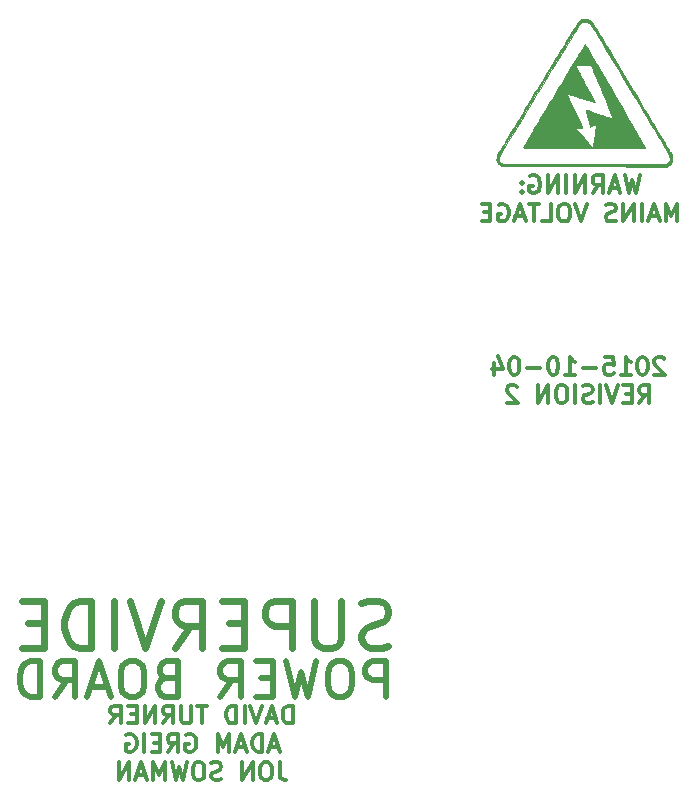
<source format=gbo>
G04 #@! TF.FileFunction,Legend,Bot*
%FSLAX46Y46*%
G04 Gerber Fmt 4.6, Leading zero omitted, Abs format (unit mm)*
G04 Created by KiCad (PCBNEW 0.201507280910+6003~25~ubuntu14.04.1-product) date Wed 07 Oct 2015 02:08:59 BST*
%MOMM*%
G01*
G04 APERTURE LIST*
%ADD10C,0.100000*%
%ADD11C,0.500000*%
%ADD12C,0.300000*%
%ADD13C,0.600000*%
%ADD14C,0.010000*%
G04 APERTURE END LIST*
D10*
D11*
X62545571Y-109942143D02*
X62545571Y-106942143D01*
X61402714Y-106942143D01*
X61117000Y-107085000D01*
X60974143Y-107227857D01*
X60831286Y-107513571D01*
X60831286Y-107942143D01*
X60974143Y-108227857D01*
X61117000Y-108370714D01*
X61402714Y-108513571D01*
X62545571Y-108513571D01*
X58974143Y-106942143D02*
X58402714Y-106942143D01*
X58117000Y-107085000D01*
X57831286Y-107370714D01*
X57688428Y-107942143D01*
X57688428Y-108942143D01*
X57831286Y-109513571D01*
X58117000Y-109799286D01*
X58402714Y-109942143D01*
X58974143Y-109942143D01*
X59259857Y-109799286D01*
X59545571Y-109513571D01*
X59688428Y-108942143D01*
X59688428Y-107942143D01*
X59545571Y-107370714D01*
X59259857Y-107085000D01*
X58974143Y-106942143D01*
X56688429Y-106942143D02*
X55974143Y-109942143D01*
X55402714Y-107799286D01*
X54831286Y-109942143D01*
X54117000Y-106942143D01*
X52974143Y-108370714D02*
X51974143Y-108370714D01*
X51545572Y-109942143D02*
X52974143Y-109942143D01*
X52974143Y-106942143D01*
X51545572Y-106942143D01*
X48545572Y-109942143D02*
X49545572Y-108513571D01*
X50259857Y-109942143D02*
X50259857Y-106942143D01*
X49117000Y-106942143D01*
X48831286Y-107085000D01*
X48688429Y-107227857D01*
X48545572Y-107513571D01*
X48545572Y-107942143D01*
X48688429Y-108227857D01*
X48831286Y-108370714D01*
X49117000Y-108513571D01*
X50259857Y-108513571D01*
X43974143Y-108370714D02*
X43545572Y-108513571D01*
X43402715Y-108656429D01*
X43259858Y-108942143D01*
X43259858Y-109370714D01*
X43402715Y-109656429D01*
X43545572Y-109799286D01*
X43831286Y-109942143D01*
X44974143Y-109942143D01*
X44974143Y-106942143D01*
X43974143Y-106942143D01*
X43688429Y-107085000D01*
X43545572Y-107227857D01*
X43402715Y-107513571D01*
X43402715Y-107799286D01*
X43545572Y-108085000D01*
X43688429Y-108227857D01*
X43974143Y-108370714D01*
X44974143Y-108370714D01*
X41402715Y-106942143D02*
X40831286Y-106942143D01*
X40545572Y-107085000D01*
X40259858Y-107370714D01*
X40117000Y-107942143D01*
X40117000Y-108942143D01*
X40259858Y-109513571D01*
X40545572Y-109799286D01*
X40831286Y-109942143D01*
X41402715Y-109942143D01*
X41688429Y-109799286D01*
X41974143Y-109513571D01*
X42117000Y-108942143D01*
X42117000Y-107942143D01*
X41974143Y-107370714D01*
X41688429Y-107085000D01*
X41402715Y-106942143D01*
X38974143Y-109085000D02*
X37545572Y-109085000D01*
X39259858Y-109942143D02*
X38259858Y-106942143D01*
X37259858Y-109942143D01*
X34545572Y-109942143D02*
X35545572Y-108513571D01*
X36259857Y-109942143D02*
X36259857Y-106942143D01*
X35117000Y-106942143D01*
X34831286Y-107085000D01*
X34688429Y-107227857D01*
X34545572Y-107513571D01*
X34545572Y-107942143D01*
X34688429Y-108227857D01*
X34831286Y-108370714D01*
X35117000Y-108513571D01*
X36259857Y-108513571D01*
X33259857Y-109942143D02*
X33259857Y-106942143D01*
X32545572Y-106942143D01*
X32117000Y-107085000D01*
X31831286Y-107370714D01*
X31688429Y-107656429D01*
X31545572Y-108227857D01*
X31545572Y-108656429D01*
X31688429Y-109227857D01*
X31831286Y-109513571D01*
X32117000Y-109799286D01*
X32545572Y-109942143D01*
X33259857Y-109942143D01*
D12*
X84065429Y-65796571D02*
X83708286Y-67296571D01*
X83422572Y-66225143D01*
X83136858Y-67296571D01*
X82779715Y-65796571D01*
X82279715Y-66868000D02*
X81565429Y-66868000D01*
X82422572Y-67296571D02*
X81922572Y-65796571D01*
X81422572Y-67296571D01*
X80065429Y-67296571D02*
X80565429Y-66582286D01*
X80922572Y-67296571D02*
X80922572Y-65796571D01*
X80351144Y-65796571D01*
X80208286Y-65868000D01*
X80136858Y-65939429D01*
X80065429Y-66082286D01*
X80065429Y-66296571D01*
X80136858Y-66439429D01*
X80208286Y-66510857D01*
X80351144Y-66582286D01*
X80922572Y-66582286D01*
X79422572Y-67296571D02*
X79422572Y-65796571D01*
X78565429Y-67296571D01*
X78565429Y-65796571D01*
X77851143Y-67296571D02*
X77851143Y-65796571D01*
X77136857Y-67296571D02*
X77136857Y-65796571D01*
X76279714Y-67296571D01*
X76279714Y-65796571D01*
X74779714Y-65868000D02*
X74922571Y-65796571D01*
X75136857Y-65796571D01*
X75351142Y-65868000D01*
X75494000Y-66010857D01*
X75565428Y-66153714D01*
X75636857Y-66439429D01*
X75636857Y-66653714D01*
X75565428Y-66939429D01*
X75494000Y-67082286D01*
X75351142Y-67225143D01*
X75136857Y-67296571D01*
X74994000Y-67296571D01*
X74779714Y-67225143D01*
X74708285Y-67153714D01*
X74708285Y-66653714D01*
X74994000Y-66653714D01*
X74065428Y-67153714D02*
X73994000Y-67225143D01*
X74065428Y-67296571D01*
X74136857Y-67225143D01*
X74065428Y-67153714D01*
X74065428Y-67296571D01*
X74065428Y-66368000D02*
X73994000Y-66439429D01*
X74065428Y-66510857D01*
X74136857Y-66439429D01*
X74065428Y-66368000D01*
X74065428Y-66510857D01*
X87244000Y-69696571D02*
X87244000Y-68196571D01*
X86744000Y-69268000D01*
X86244000Y-68196571D01*
X86244000Y-69696571D01*
X85601143Y-69268000D02*
X84886857Y-69268000D01*
X85744000Y-69696571D02*
X85244000Y-68196571D01*
X84744000Y-69696571D01*
X84244000Y-69696571D02*
X84244000Y-68196571D01*
X83529714Y-69696571D02*
X83529714Y-68196571D01*
X82672571Y-69696571D01*
X82672571Y-68196571D01*
X82029714Y-69625143D02*
X81815428Y-69696571D01*
X81458285Y-69696571D01*
X81315428Y-69625143D01*
X81243999Y-69553714D01*
X81172571Y-69410857D01*
X81172571Y-69268000D01*
X81243999Y-69125143D01*
X81315428Y-69053714D01*
X81458285Y-68982286D01*
X81743999Y-68910857D01*
X81886857Y-68839429D01*
X81958285Y-68768000D01*
X82029714Y-68625143D01*
X82029714Y-68482286D01*
X81958285Y-68339429D01*
X81886857Y-68268000D01*
X81743999Y-68196571D01*
X81386857Y-68196571D01*
X81172571Y-68268000D01*
X79601143Y-68196571D02*
X79101143Y-69696571D01*
X78601143Y-68196571D01*
X77815429Y-68196571D02*
X77529715Y-68196571D01*
X77386857Y-68268000D01*
X77244000Y-68410857D01*
X77172572Y-68696571D01*
X77172572Y-69196571D01*
X77244000Y-69482286D01*
X77386857Y-69625143D01*
X77529715Y-69696571D01*
X77815429Y-69696571D01*
X77958286Y-69625143D01*
X78101143Y-69482286D01*
X78172572Y-69196571D01*
X78172572Y-68696571D01*
X78101143Y-68410857D01*
X77958286Y-68268000D01*
X77815429Y-68196571D01*
X75815428Y-69696571D02*
X76529714Y-69696571D01*
X76529714Y-68196571D01*
X75529714Y-68196571D02*
X74672571Y-68196571D01*
X75101142Y-69696571D02*
X75101142Y-68196571D01*
X74244000Y-69268000D02*
X73529714Y-69268000D01*
X74386857Y-69696571D02*
X73886857Y-68196571D01*
X73386857Y-69696571D01*
X72101143Y-68268000D02*
X72244000Y-68196571D01*
X72458286Y-68196571D01*
X72672571Y-68268000D01*
X72815429Y-68410857D01*
X72886857Y-68553714D01*
X72958286Y-68839429D01*
X72958286Y-69053714D01*
X72886857Y-69339429D01*
X72815429Y-69482286D01*
X72672571Y-69625143D01*
X72458286Y-69696571D01*
X72315429Y-69696571D01*
X72101143Y-69625143D01*
X72029714Y-69553714D01*
X72029714Y-69053714D01*
X72315429Y-69053714D01*
X71386857Y-68910857D02*
X70886857Y-68910857D01*
X70672571Y-69696571D02*
X71386857Y-69696571D01*
X71386857Y-68196571D01*
X70672571Y-68196571D01*
X86152713Y-81306429D02*
X86081284Y-81235000D01*
X85938427Y-81163571D01*
X85581284Y-81163571D01*
X85438427Y-81235000D01*
X85366998Y-81306429D01*
X85295570Y-81449286D01*
X85295570Y-81592143D01*
X85366998Y-81806429D01*
X86224141Y-82663571D01*
X85295570Y-82663571D01*
X84366999Y-81163571D02*
X84224142Y-81163571D01*
X84081285Y-81235000D01*
X84009856Y-81306429D01*
X83938427Y-81449286D01*
X83866999Y-81735000D01*
X83866999Y-82092143D01*
X83938427Y-82377857D01*
X84009856Y-82520714D01*
X84081285Y-82592143D01*
X84224142Y-82663571D01*
X84366999Y-82663571D01*
X84509856Y-82592143D01*
X84581285Y-82520714D01*
X84652713Y-82377857D01*
X84724142Y-82092143D01*
X84724142Y-81735000D01*
X84652713Y-81449286D01*
X84581285Y-81306429D01*
X84509856Y-81235000D01*
X84366999Y-81163571D01*
X82438428Y-82663571D02*
X83295571Y-82663571D01*
X82866999Y-82663571D02*
X82866999Y-81163571D01*
X83009856Y-81377857D01*
X83152714Y-81520714D01*
X83295571Y-81592143D01*
X81081285Y-81163571D02*
X81795571Y-81163571D01*
X81867000Y-81877857D01*
X81795571Y-81806429D01*
X81652714Y-81735000D01*
X81295571Y-81735000D01*
X81152714Y-81806429D01*
X81081285Y-81877857D01*
X81009857Y-82020714D01*
X81009857Y-82377857D01*
X81081285Y-82520714D01*
X81152714Y-82592143D01*
X81295571Y-82663571D01*
X81652714Y-82663571D01*
X81795571Y-82592143D01*
X81867000Y-82520714D01*
X80367000Y-82092143D02*
X79224143Y-82092143D01*
X77724143Y-82663571D02*
X78581286Y-82663571D01*
X78152714Y-82663571D02*
X78152714Y-81163571D01*
X78295571Y-81377857D01*
X78438429Y-81520714D01*
X78581286Y-81592143D01*
X76795572Y-81163571D02*
X76652715Y-81163571D01*
X76509858Y-81235000D01*
X76438429Y-81306429D01*
X76367000Y-81449286D01*
X76295572Y-81735000D01*
X76295572Y-82092143D01*
X76367000Y-82377857D01*
X76438429Y-82520714D01*
X76509858Y-82592143D01*
X76652715Y-82663571D01*
X76795572Y-82663571D01*
X76938429Y-82592143D01*
X77009858Y-82520714D01*
X77081286Y-82377857D01*
X77152715Y-82092143D01*
X77152715Y-81735000D01*
X77081286Y-81449286D01*
X77009858Y-81306429D01*
X76938429Y-81235000D01*
X76795572Y-81163571D01*
X75652715Y-82092143D02*
X74509858Y-82092143D01*
X73509858Y-81163571D02*
X73367001Y-81163571D01*
X73224144Y-81235000D01*
X73152715Y-81306429D01*
X73081286Y-81449286D01*
X73009858Y-81735000D01*
X73009858Y-82092143D01*
X73081286Y-82377857D01*
X73152715Y-82520714D01*
X73224144Y-82592143D01*
X73367001Y-82663571D01*
X73509858Y-82663571D01*
X73652715Y-82592143D01*
X73724144Y-82520714D01*
X73795572Y-82377857D01*
X73867001Y-82092143D01*
X73867001Y-81735000D01*
X73795572Y-81449286D01*
X73724144Y-81306429D01*
X73652715Y-81235000D01*
X73509858Y-81163571D01*
X71724144Y-81663571D02*
X71724144Y-82663571D01*
X72081287Y-81092143D02*
X72438430Y-82163571D01*
X71509858Y-82163571D01*
X84009857Y-85063571D02*
X84509857Y-84349286D01*
X84867000Y-85063571D02*
X84867000Y-83563571D01*
X84295572Y-83563571D01*
X84152714Y-83635000D01*
X84081286Y-83706429D01*
X84009857Y-83849286D01*
X84009857Y-84063571D01*
X84081286Y-84206429D01*
X84152714Y-84277857D01*
X84295572Y-84349286D01*
X84867000Y-84349286D01*
X83367000Y-84277857D02*
X82867000Y-84277857D01*
X82652714Y-85063571D02*
X83367000Y-85063571D01*
X83367000Y-83563571D01*
X82652714Y-83563571D01*
X82224143Y-83563571D02*
X81724143Y-85063571D01*
X81224143Y-83563571D01*
X80724143Y-85063571D02*
X80724143Y-83563571D01*
X80081286Y-84992143D02*
X79867000Y-85063571D01*
X79509857Y-85063571D01*
X79367000Y-84992143D01*
X79295571Y-84920714D01*
X79224143Y-84777857D01*
X79224143Y-84635000D01*
X79295571Y-84492143D01*
X79367000Y-84420714D01*
X79509857Y-84349286D01*
X79795571Y-84277857D01*
X79938429Y-84206429D01*
X80009857Y-84135000D01*
X80081286Y-83992143D01*
X80081286Y-83849286D01*
X80009857Y-83706429D01*
X79938429Y-83635000D01*
X79795571Y-83563571D01*
X79438429Y-83563571D01*
X79224143Y-83635000D01*
X78581286Y-85063571D02*
X78581286Y-83563571D01*
X77581286Y-83563571D02*
X77295572Y-83563571D01*
X77152714Y-83635000D01*
X77009857Y-83777857D01*
X76938429Y-84063571D01*
X76938429Y-84563571D01*
X77009857Y-84849286D01*
X77152714Y-84992143D01*
X77295572Y-85063571D01*
X77581286Y-85063571D01*
X77724143Y-84992143D01*
X77867000Y-84849286D01*
X77938429Y-84563571D01*
X77938429Y-84063571D01*
X77867000Y-83777857D01*
X77724143Y-83635000D01*
X77581286Y-83563571D01*
X76295571Y-85063571D02*
X76295571Y-83563571D01*
X75438428Y-85063571D01*
X75438428Y-83563571D01*
X73652714Y-83706429D02*
X73581285Y-83635000D01*
X73438428Y-83563571D01*
X73081285Y-83563571D01*
X72938428Y-83635000D01*
X72866999Y-83706429D01*
X72795571Y-83849286D01*
X72795571Y-83992143D01*
X72866999Y-84206429D01*
X73724142Y-85063571D01*
X72795571Y-85063571D01*
D13*
X62767809Y-105632048D02*
X62196381Y-105822524D01*
X61244000Y-105822524D01*
X60863047Y-105632048D01*
X60672571Y-105441571D01*
X60482095Y-105060619D01*
X60482095Y-104679667D01*
X60672571Y-104298714D01*
X60863047Y-104108238D01*
X61244000Y-103917762D01*
X62005904Y-103727286D01*
X62386857Y-103536810D01*
X62577333Y-103346333D01*
X62767809Y-102965381D01*
X62767809Y-102584429D01*
X62577333Y-102203476D01*
X62386857Y-102013000D01*
X62005904Y-101822524D01*
X61053524Y-101822524D01*
X60482095Y-102013000D01*
X58767809Y-101822524D02*
X58767809Y-105060619D01*
X58577333Y-105441571D01*
X58386857Y-105632048D01*
X58005904Y-105822524D01*
X57244000Y-105822524D01*
X56863047Y-105632048D01*
X56672571Y-105441571D01*
X56482095Y-105060619D01*
X56482095Y-101822524D01*
X54577333Y-105822524D02*
X54577333Y-101822524D01*
X53053524Y-101822524D01*
X52672571Y-102013000D01*
X52482095Y-102203476D01*
X52291619Y-102584429D01*
X52291619Y-103155857D01*
X52482095Y-103536810D01*
X52672571Y-103727286D01*
X53053524Y-103917762D01*
X54577333Y-103917762D01*
X50577333Y-103727286D02*
X49244000Y-103727286D01*
X48672571Y-105822524D02*
X50577333Y-105822524D01*
X50577333Y-101822524D01*
X48672571Y-101822524D01*
X44672571Y-105822524D02*
X46005904Y-103917762D01*
X46958285Y-105822524D02*
X46958285Y-101822524D01*
X45434476Y-101822524D01*
X45053523Y-102013000D01*
X44863047Y-102203476D01*
X44672571Y-102584429D01*
X44672571Y-103155857D01*
X44863047Y-103536810D01*
X45053523Y-103727286D01*
X45434476Y-103917762D01*
X46958285Y-103917762D01*
X43529714Y-101822524D02*
X42196380Y-105822524D01*
X40863047Y-101822524D01*
X39529714Y-105822524D02*
X39529714Y-101822524D01*
X37624952Y-105822524D02*
X37624952Y-101822524D01*
X36672571Y-101822524D01*
X36101143Y-102013000D01*
X35720190Y-102393952D01*
X35529714Y-102774905D01*
X35339238Y-103536810D01*
X35339238Y-104108238D01*
X35529714Y-104870143D01*
X35720190Y-105251095D01*
X36101143Y-105632048D01*
X36672571Y-105822524D01*
X37624952Y-105822524D01*
X33624952Y-103727286D02*
X32291619Y-103727286D01*
X31720190Y-105822524D02*
X33624952Y-105822524D01*
X33624952Y-101822524D01*
X31720190Y-101822524D01*
D12*
X54668571Y-112197571D02*
X54668571Y-110697571D01*
X54311428Y-110697571D01*
X54097143Y-110769000D01*
X53954285Y-110911857D01*
X53882857Y-111054714D01*
X53811428Y-111340429D01*
X53811428Y-111554714D01*
X53882857Y-111840429D01*
X53954285Y-111983286D01*
X54097143Y-112126143D01*
X54311428Y-112197571D01*
X54668571Y-112197571D01*
X53240000Y-111769000D02*
X52525714Y-111769000D01*
X53382857Y-112197571D02*
X52882857Y-110697571D01*
X52382857Y-112197571D01*
X52097143Y-110697571D02*
X51597143Y-112197571D01*
X51097143Y-110697571D01*
X50597143Y-112197571D02*
X50597143Y-110697571D01*
X49882857Y-112197571D02*
X49882857Y-110697571D01*
X49525714Y-110697571D01*
X49311429Y-110769000D01*
X49168571Y-110911857D01*
X49097143Y-111054714D01*
X49025714Y-111340429D01*
X49025714Y-111554714D01*
X49097143Y-111840429D01*
X49168571Y-111983286D01*
X49311429Y-112126143D01*
X49525714Y-112197571D01*
X49882857Y-112197571D01*
X47454286Y-110697571D02*
X46597143Y-110697571D01*
X47025714Y-112197571D02*
X47025714Y-110697571D01*
X46097143Y-110697571D02*
X46097143Y-111911857D01*
X46025715Y-112054714D01*
X45954286Y-112126143D01*
X45811429Y-112197571D01*
X45525715Y-112197571D01*
X45382857Y-112126143D01*
X45311429Y-112054714D01*
X45240000Y-111911857D01*
X45240000Y-110697571D01*
X43668571Y-112197571D02*
X44168571Y-111483286D01*
X44525714Y-112197571D02*
X44525714Y-110697571D01*
X43954286Y-110697571D01*
X43811428Y-110769000D01*
X43740000Y-110840429D01*
X43668571Y-110983286D01*
X43668571Y-111197571D01*
X43740000Y-111340429D01*
X43811428Y-111411857D01*
X43954286Y-111483286D01*
X44525714Y-111483286D01*
X43025714Y-112197571D02*
X43025714Y-110697571D01*
X42168571Y-112197571D01*
X42168571Y-110697571D01*
X41454285Y-111411857D02*
X40954285Y-111411857D01*
X40739999Y-112197571D02*
X41454285Y-112197571D01*
X41454285Y-110697571D01*
X40739999Y-110697571D01*
X39239999Y-112197571D02*
X39739999Y-111483286D01*
X40097142Y-112197571D02*
X40097142Y-110697571D01*
X39525714Y-110697571D01*
X39382856Y-110769000D01*
X39311428Y-110840429D01*
X39239999Y-110983286D01*
X39239999Y-111197571D01*
X39311428Y-111340429D01*
X39382856Y-111411857D01*
X39525714Y-111483286D01*
X40097142Y-111483286D01*
X53454286Y-114169000D02*
X52740000Y-114169000D01*
X53597143Y-114597571D02*
X53097143Y-113097571D01*
X52597143Y-114597571D01*
X52097143Y-114597571D02*
X52097143Y-113097571D01*
X51740000Y-113097571D01*
X51525715Y-113169000D01*
X51382857Y-113311857D01*
X51311429Y-113454714D01*
X51240000Y-113740429D01*
X51240000Y-113954714D01*
X51311429Y-114240429D01*
X51382857Y-114383286D01*
X51525715Y-114526143D01*
X51740000Y-114597571D01*
X52097143Y-114597571D01*
X50668572Y-114169000D02*
X49954286Y-114169000D01*
X50811429Y-114597571D02*
X50311429Y-113097571D01*
X49811429Y-114597571D01*
X49311429Y-114597571D02*
X49311429Y-113097571D01*
X48811429Y-114169000D01*
X48311429Y-113097571D01*
X48311429Y-114597571D01*
X45668572Y-113169000D02*
X45811429Y-113097571D01*
X46025715Y-113097571D01*
X46240000Y-113169000D01*
X46382858Y-113311857D01*
X46454286Y-113454714D01*
X46525715Y-113740429D01*
X46525715Y-113954714D01*
X46454286Y-114240429D01*
X46382858Y-114383286D01*
X46240000Y-114526143D01*
X46025715Y-114597571D01*
X45882858Y-114597571D01*
X45668572Y-114526143D01*
X45597143Y-114454714D01*
X45597143Y-113954714D01*
X45882858Y-113954714D01*
X44097143Y-114597571D02*
X44597143Y-113883286D01*
X44954286Y-114597571D02*
X44954286Y-113097571D01*
X44382858Y-113097571D01*
X44240000Y-113169000D01*
X44168572Y-113240429D01*
X44097143Y-113383286D01*
X44097143Y-113597571D01*
X44168572Y-113740429D01*
X44240000Y-113811857D01*
X44382858Y-113883286D01*
X44954286Y-113883286D01*
X43454286Y-113811857D02*
X42954286Y-113811857D01*
X42740000Y-114597571D02*
X43454286Y-114597571D01*
X43454286Y-113097571D01*
X42740000Y-113097571D01*
X42097143Y-114597571D02*
X42097143Y-113097571D01*
X40597143Y-113169000D02*
X40740000Y-113097571D01*
X40954286Y-113097571D01*
X41168571Y-113169000D01*
X41311429Y-113311857D01*
X41382857Y-113454714D01*
X41454286Y-113740429D01*
X41454286Y-113954714D01*
X41382857Y-114240429D01*
X41311429Y-114383286D01*
X41168571Y-114526143D01*
X40954286Y-114597571D01*
X40811429Y-114597571D01*
X40597143Y-114526143D01*
X40525714Y-114454714D01*
X40525714Y-113954714D01*
X40811429Y-113954714D01*
X53561429Y-115497571D02*
X53561429Y-116569000D01*
X53632857Y-116783286D01*
X53775714Y-116926143D01*
X53990000Y-116997571D01*
X54132857Y-116997571D01*
X52561429Y-115497571D02*
X52275715Y-115497571D01*
X52132857Y-115569000D01*
X51990000Y-115711857D01*
X51918572Y-115997571D01*
X51918572Y-116497571D01*
X51990000Y-116783286D01*
X52132857Y-116926143D01*
X52275715Y-116997571D01*
X52561429Y-116997571D01*
X52704286Y-116926143D01*
X52847143Y-116783286D01*
X52918572Y-116497571D01*
X52918572Y-115997571D01*
X52847143Y-115711857D01*
X52704286Y-115569000D01*
X52561429Y-115497571D01*
X51275714Y-116997571D02*
X51275714Y-115497571D01*
X50418571Y-116997571D01*
X50418571Y-115497571D01*
X48632857Y-116926143D02*
X48418571Y-116997571D01*
X48061428Y-116997571D01*
X47918571Y-116926143D01*
X47847142Y-116854714D01*
X47775714Y-116711857D01*
X47775714Y-116569000D01*
X47847142Y-116426143D01*
X47918571Y-116354714D01*
X48061428Y-116283286D01*
X48347142Y-116211857D01*
X48490000Y-116140429D01*
X48561428Y-116069000D01*
X48632857Y-115926143D01*
X48632857Y-115783286D01*
X48561428Y-115640429D01*
X48490000Y-115569000D01*
X48347142Y-115497571D01*
X47990000Y-115497571D01*
X47775714Y-115569000D01*
X46847143Y-115497571D02*
X46561429Y-115497571D01*
X46418571Y-115569000D01*
X46275714Y-115711857D01*
X46204286Y-115997571D01*
X46204286Y-116497571D01*
X46275714Y-116783286D01*
X46418571Y-116926143D01*
X46561429Y-116997571D01*
X46847143Y-116997571D01*
X46990000Y-116926143D01*
X47132857Y-116783286D01*
X47204286Y-116497571D01*
X47204286Y-115997571D01*
X47132857Y-115711857D01*
X46990000Y-115569000D01*
X46847143Y-115497571D01*
X45704285Y-115497571D02*
X45347142Y-116997571D01*
X45061428Y-115926143D01*
X44775714Y-116997571D01*
X44418571Y-115497571D01*
X43847142Y-116997571D02*
X43847142Y-115497571D01*
X43347142Y-116569000D01*
X42847142Y-115497571D01*
X42847142Y-116997571D01*
X42204285Y-116569000D02*
X41489999Y-116569000D01*
X42347142Y-116997571D02*
X41847142Y-115497571D01*
X41347142Y-116997571D01*
X40847142Y-116997571D02*
X40847142Y-115497571D01*
X39989999Y-116997571D01*
X39989999Y-115497571D01*
D14*
G36*
X79118553Y-52559809D02*
X79091853Y-52566398D01*
X79080782Y-52577638D01*
X79078666Y-52593170D01*
X79058506Y-52632699D01*
X79001963Y-52670237D01*
X78956240Y-52695042D01*
X78934499Y-52712918D01*
X78934542Y-52716098D01*
X78925173Y-52734394D01*
X78892223Y-52775370D01*
X78841859Y-52831583D01*
X78816884Y-52858066D01*
X78801403Y-52876002D01*
X78780505Y-52903381D01*
X78753489Y-52941350D01*
X78719648Y-52991055D01*
X78678279Y-53053644D01*
X78628679Y-53130263D01*
X78570141Y-53222059D01*
X78501964Y-53330178D01*
X78423442Y-53455769D01*
X78333871Y-53599976D01*
X78232547Y-53763948D01*
X78118767Y-53948831D01*
X77991825Y-54155772D01*
X77851018Y-54385917D01*
X77695641Y-54640414D01*
X77524991Y-54920409D01*
X77338364Y-55227049D01*
X77135054Y-55561481D01*
X76914358Y-55924851D01*
X76675573Y-56318307D01*
X76417993Y-56742995D01*
X76140915Y-57200062D01*
X75843634Y-57690655D01*
X75525447Y-58215920D01*
X75401845Y-58420000D01*
X75134749Y-58860922D01*
X74873294Y-59292331D01*
X74618331Y-59712830D01*
X74370710Y-60121022D01*
X74131283Y-60515509D01*
X73900901Y-60894896D01*
X73680413Y-61257785D01*
X73470671Y-61602780D01*
X73272526Y-61928484D01*
X73086829Y-62233499D01*
X72914430Y-62516430D01*
X72756180Y-62775879D01*
X72612930Y-63010449D01*
X72485530Y-63218744D01*
X72374832Y-63399367D01*
X72281687Y-63550920D01*
X72206945Y-63672008D01*
X72151456Y-63761232D01*
X72116073Y-63817197D01*
X72101645Y-63838506D01*
X72101360Y-63838667D01*
X72086747Y-63850982D01*
X72058963Y-63893094D01*
X72023321Y-63956713D01*
X72013169Y-63976250D01*
X71977448Y-64049528D01*
X71954549Y-64109954D01*
X71941140Y-64171977D01*
X71933890Y-64250047D01*
X71930207Y-64336084D01*
X71927587Y-64434075D01*
X71929195Y-64502459D01*
X71937363Y-64553917D01*
X71954423Y-64601133D01*
X71982707Y-64656789D01*
X71992484Y-64674750D01*
X72028891Y-64736480D01*
X72058711Y-64778246D01*
X72075724Y-64791386D01*
X72076086Y-64791167D01*
X72099128Y-64796590D01*
X72134510Y-64822931D01*
X72168800Y-64857521D01*
X72188569Y-64887692D01*
X72188685Y-64897375D01*
X72201480Y-64913106D01*
X72244117Y-64939879D01*
X72307534Y-64972044D01*
X72311045Y-64973673D01*
X72442916Y-65034584D01*
X79397825Y-65040001D01*
X86352734Y-65045419D01*
X86484617Y-64979516D01*
X86548020Y-64945555D01*
X86591106Y-64918026D01*
X86605225Y-64902511D01*
X86604851Y-64901962D01*
X86605014Y-64879099D01*
X86626258Y-64853708D01*
X86652311Y-64843186D01*
X86658019Y-64845125D01*
X86675649Y-64833373D01*
X86705199Y-64791983D01*
X86740564Y-64729624D01*
X86743872Y-64723184D01*
X86802033Y-64563982D01*
X86824767Y-64389869D01*
X86819947Y-64319577D01*
X86607658Y-64319577D01*
X86604717Y-64463240D01*
X86567742Y-64590124D01*
X86498037Y-64696021D01*
X86396904Y-64776724D01*
X86383129Y-64784299D01*
X86289841Y-64833500D01*
X79439012Y-64833500D01*
X78794793Y-64833485D01*
X78191557Y-64833436D01*
X77627958Y-64833347D01*
X77102645Y-64833210D01*
X76614269Y-64833021D01*
X76161483Y-64832772D01*
X75742937Y-64832458D01*
X75357282Y-64832071D01*
X75003169Y-64831606D01*
X74679250Y-64831057D01*
X74384176Y-64830416D01*
X74116597Y-64829678D01*
X73875165Y-64828836D01*
X73658531Y-64827884D01*
X73465346Y-64826815D01*
X73294261Y-64825624D01*
X73143928Y-64824304D01*
X73012997Y-64822849D01*
X72900120Y-64821252D01*
X72803947Y-64819507D01*
X72723130Y-64817607D01*
X72656320Y-64815547D01*
X72602169Y-64813320D01*
X72559326Y-64810919D01*
X72526444Y-64808339D01*
X72502174Y-64805573D01*
X72485166Y-64802615D01*
X72478210Y-64800842D01*
X72350105Y-64742038D01*
X72243443Y-64651216D01*
X72174539Y-64550896D01*
X72143576Y-64449834D01*
X72138887Y-64329442D01*
X72159604Y-64202876D01*
X72204859Y-64083293D01*
X72205481Y-64082084D01*
X72227042Y-64043492D01*
X72269252Y-63971087D01*
X72331070Y-63866583D01*
X72411456Y-63731692D01*
X72509367Y-63568126D01*
X72623763Y-63377599D01*
X72753602Y-63161823D01*
X72897844Y-62922510D01*
X73055446Y-62661375D01*
X73225368Y-62380128D01*
X73406568Y-62080483D01*
X73598005Y-61764154D01*
X73798638Y-61432851D01*
X74007426Y-61088289D01*
X74223327Y-60732179D01*
X74445299Y-60366235D01*
X74672303Y-59992169D01*
X74903296Y-59611694D01*
X75137237Y-59226523D01*
X75373085Y-58838368D01*
X75609799Y-58448942D01*
X75846337Y-58059958D01*
X76081659Y-57673129D01*
X76314722Y-57290166D01*
X76544486Y-56912784D01*
X76769909Y-56542695D01*
X76989951Y-56181611D01*
X77203569Y-55831244D01*
X77409723Y-55493309D01*
X77607372Y-55169518D01*
X77795473Y-54861582D01*
X77972986Y-54571216D01*
X78138870Y-54300131D01*
X78292083Y-54050040D01*
X78431584Y-53822657D01*
X78556332Y-53619693D01*
X78665286Y-53442862D01*
X78757403Y-53293877D01*
X78831644Y-53174449D01*
X78886966Y-53086292D01*
X78922329Y-53031118D01*
X78936150Y-53011166D01*
X79007264Y-52942487D01*
X79090118Y-52877167D01*
X79145296Y-52841836D01*
X79213795Y-52807536D01*
X79275009Y-52788444D01*
X79347018Y-52780392D01*
X79417333Y-52779087D01*
X79581858Y-52797290D01*
X79727578Y-52852870D01*
X79857707Y-52947268D01*
X79909518Y-52999985D01*
X79930556Y-53029472D01*
X79972266Y-53093788D01*
X80033697Y-53191363D01*
X80113900Y-53320630D01*
X80211924Y-53480023D01*
X80326819Y-53667973D01*
X80457634Y-53882913D01*
X80603419Y-54123275D01*
X80763225Y-54387492D01*
X80936100Y-54673996D01*
X81121095Y-54981220D01*
X81317259Y-55307597D01*
X81523642Y-55651558D01*
X81739294Y-56011536D01*
X81963265Y-56385964D01*
X82042093Y-56517877D01*
X82273563Y-56905315D01*
X82512426Y-57305123D01*
X82756579Y-57713778D01*
X83003916Y-58127758D01*
X83252333Y-58543540D01*
X83499724Y-58957601D01*
X83743985Y-59366418D01*
X83983011Y-59766468D01*
X84214697Y-60154229D01*
X84436938Y-60526177D01*
X84647630Y-60878790D01*
X84844667Y-61208545D01*
X85025945Y-61511919D01*
X85189358Y-61785389D01*
X85309587Y-61986584D01*
X85531083Y-62357782D01*
X85731720Y-62695163D01*
X85911361Y-62998489D01*
X86069867Y-63267523D01*
X86207100Y-63502028D01*
X86322922Y-63701766D01*
X86417195Y-63866500D01*
X86489781Y-63995992D01*
X86540542Y-64090005D01*
X86569340Y-64148301D01*
X86575264Y-64163344D01*
X86607658Y-64319577D01*
X86819947Y-64319577D01*
X86812342Y-64208696D01*
X86765025Y-64028312D01*
X86716412Y-63916628D01*
X86688857Y-63869600D01*
X86667980Y-63846310D01*
X86662907Y-63846204D01*
X86650777Y-63829916D01*
X86618340Y-63779488D01*
X86566950Y-63697153D01*
X86497960Y-63585143D01*
X86412724Y-63445691D01*
X86312595Y-63281030D01*
X86198927Y-63093393D01*
X86073073Y-62885011D01*
X85936387Y-62658118D01*
X85790222Y-62414946D01*
X85635931Y-62157728D01*
X85474868Y-61888697D01*
X85377789Y-61726297D01*
X85222617Y-61466562D01*
X85047969Y-61174214D01*
X84856075Y-60852986D01*
X84649165Y-60506612D01*
X84429469Y-60138824D01*
X84199216Y-59753356D01*
X83960637Y-59353939D01*
X83715960Y-58944308D01*
X83467416Y-58528194D01*
X83217235Y-58109332D01*
X82967646Y-57691454D01*
X82720878Y-57278292D01*
X82479162Y-56873581D01*
X82244727Y-56481052D01*
X82125947Y-56282167D01*
X81873630Y-55859820D01*
X81642023Y-55472443D01*
X81430246Y-55118590D01*
X81237418Y-54796819D01*
X81062656Y-54505684D01*
X80905080Y-54243743D01*
X80763809Y-54009550D01*
X80637960Y-53801663D01*
X80526654Y-53618638D01*
X80429009Y-53459029D01*
X80344143Y-53321394D01*
X80271175Y-53204288D01*
X80209225Y-53106268D01*
X80157410Y-53025889D01*
X80114850Y-52961707D01*
X80080663Y-52912280D01*
X80053968Y-52876161D01*
X80033884Y-52851909D01*
X80029770Y-52847507D01*
X79976228Y-52789722D01*
X79938049Y-52744035D01*
X79921604Y-52718231D01*
X79921806Y-52715583D01*
X79908987Y-52702653D01*
X79866148Y-52677265D01*
X79801847Y-52644383D01*
X79785619Y-52636612D01*
X79723154Y-52608164D01*
X79670124Y-52588510D01*
X79615870Y-52575735D01*
X79549733Y-52567927D01*
X79461052Y-52563174D01*
X79359125Y-52560084D01*
X79245520Y-52557439D01*
X79167553Y-52557085D01*
X79118553Y-52559809D01*
X79118553Y-52559809D01*
G37*
X79118553Y-52559809D02*
X79091853Y-52566398D01*
X79080782Y-52577638D01*
X79078666Y-52593170D01*
X79058506Y-52632699D01*
X79001963Y-52670237D01*
X78956240Y-52695042D01*
X78934499Y-52712918D01*
X78934542Y-52716098D01*
X78925173Y-52734394D01*
X78892223Y-52775370D01*
X78841859Y-52831583D01*
X78816884Y-52858066D01*
X78801403Y-52876002D01*
X78780505Y-52903381D01*
X78753489Y-52941350D01*
X78719648Y-52991055D01*
X78678279Y-53053644D01*
X78628679Y-53130263D01*
X78570141Y-53222059D01*
X78501964Y-53330178D01*
X78423442Y-53455769D01*
X78333871Y-53599976D01*
X78232547Y-53763948D01*
X78118767Y-53948831D01*
X77991825Y-54155772D01*
X77851018Y-54385917D01*
X77695641Y-54640414D01*
X77524991Y-54920409D01*
X77338364Y-55227049D01*
X77135054Y-55561481D01*
X76914358Y-55924851D01*
X76675573Y-56318307D01*
X76417993Y-56742995D01*
X76140915Y-57200062D01*
X75843634Y-57690655D01*
X75525447Y-58215920D01*
X75401845Y-58420000D01*
X75134749Y-58860922D01*
X74873294Y-59292331D01*
X74618331Y-59712830D01*
X74370710Y-60121022D01*
X74131283Y-60515509D01*
X73900901Y-60894896D01*
X73680413Y-61257785D01*
X73470671Y-61602780D01*
X73272526Y-61928484D01*
X73086829Y-62233499D01*
X72914430Y-62516430D01*
X72756180Y-62775879D01*
X72612930Y-63010449D01*
X72485530Y-63218744D01*
X72374832Y-63399367D01*
X72281687Y-63550920D01*
X72206945Y-63672008D01*
X72151456Y-63761232D01*
X72116073Y-63817197D01*
X72101645Y-63838506D01*
X72101360Y-63838667D01*
X72086747Y-63850982D01*
X72058963Y-63893094D01*
X72023321Y-63956713D01*
X72013169Y-63976250D01*
X71977448Y-64049528D01*
X71954549Y-64109954D01*
X71941140Y-64171977D01*
X71933890Y-64250047D01*
X71930207Y-64336084D01*
X71927587Y-64434075D01*
X71929195Y-64502459D01*
X71937363Y-64553917D01*
X71954423Y-64601133D01*
X71982707Y-64656789D01*
X71992484Y-64674750D01*
X72028891Y-64736480D01*
X72058711Y-64778246D01*
X72075724Y-64791386D01*
X72076086Y-64791167D01*
X72099128Y-64796590D01*
X72134510Y-64822931D01*
X72168800Y-64857521D01*
X72188569Y-64887692D01*
X72188685Y-64897375D01*
X72201480Y-64913106D01*
X72244117Y-64939879D01*
X72307534Y-64972044D01*
X72311045Y-64973673D01*
X72442916Y-65034584D01*
X79397825Y-65040001D01*
X86352734Y-65045419D01*
X86484617Y-64979516D01*
X86548020Y-64945555D01*
X86591106Y-64918026D01*
X86605225Y-64902511D01*
X86604851Y-64901962D01*
X86605014Y-64879099D01*
X86626258Y-64853708D01*
X86652311Y-64843186D01*
X86658019Y-64845125D01*
X86675649Y-64833373D01*
X86705199Y-64791983D01*
X86740564Y-64729624D01*
X86743872Y-64723184D01*
X86802033Y-64563982D01*
X86824767Y-64389869D01*
X86819947Y-64319577D01*
X86607658Y-64319577D01*
X86604717Y-64463240D01*
X86567742Y-64590124D01*
X86498037Y-64696021D01*
X86396904Y-64776724D01*
X86383129Y-64784299D01*
X86289841Y-64833500D01*
X79439012Y-64833500D01*
X78794793Y-64833485D01*
X78191557Y-64833436D01*
X77627958Y-64833347D01*
X77102645Y-64833210D01*
X76614269Y-64833021D01*
X76161483Y-64832772D01*
X75742937Y-64832458D01*
X75357282Y-64832071D01*
X75003169Y-64831606D01*
X74679250Y-64831057D01*
X74384176Y-64830416D01*
X74116597Y-64829678D01*
X73875165Y-64828836D01*
X73658531Y-64827884D01*
X73465346Y-64826815D01*
X73294261Y-64825624D01*
X73143928Y-64824304D01*
X73012997Y-64822849D01*
X72900120Y-64821252D01*
X72803947Y-64819507D01*
X72723130Y-64817607D01*
X72656320Y-64815547D01*
X72602169Y-64813320D01*
X72559326Y-64810919D01*
X72526444Y-64808339D01*
X72502174Y-64805573D01*
X72485166Y-64802615D01*
X72478210Y-64800842D01*
X72350105Y-64742038D01*
X72243443Y-64651216D01*
X72174539Y-64550896D01*
X72143576Y-64449834D01*
X72138887Y-64329442D01*
X72159604Y-64202876D01*
X72204859Y-64083293D01*
X72205481Y-64082084D01*
X72227042Y-64043492D01*
X72269252Y-63971087D01*
X72331070Y-63866583D01*
X72411456Y-63731692D01*
X72509367Y-63568126D01*
X72623763Y-63377599D01*
X72753602Y-63161823D01*
X72897844Y-62922510D01*
X73055446Y-62661375D01*
X73225368Y-62380128D01*
X73406568Y-62080483D01*
X73598005Y-61764154D01*
X73798638Y-61432851D01*
X74007426Y-61088289D01*
X74223327Y-60732179D01*
X74445299Y-60366235D01*
X74672303Y-59992169D01*
X74903296Y-59611694D01*
X75137237Y-59226523D01*
X75373085Y-58838368D01*
X75609799Y-58448942D01*
X75846337Y-58059958D01*
X76081659Y-57673129D01*
X76314722Y-57290166D01*
X76544486Y-56912784D01*
X76769909Y-56542695D01*
X76989951Y-56181611D01*
X77203569Y-55831244D01*
X77409723Y-55493309D01*
X77607372Y-55169518D01*
X77795473Y-54861582D01*
X77972986Y-54571216D01*
X78138870Y-54300131D01*
X78292083Y-54050040D01*
X78431584Y-53822657D01*
X78556332Y-53619693D01*
X78665286Y-53442862D01*
X78757403Y-53293877D01*
X78831644Y-53174449D01*
X78886966Y-53086292D01*
X78922329Y-53031118D01*
X78936150Y-53011166D01*
X79007264Y-52942487D01*
X79090118Y-52877167D01*
X79145296Y-52841836D01*
X79213795Y-52807536D01*
X79275009Y-52788444D01*
X79347018Y-52780392D01*
X79417333Y-52779087D01*
X79581858Y-52797290D01*
X79727578Y-52852870D01*
X79857707Y-52947268D01*
X79909518Y-52999985D01*
X79930556Y-53029472D01*
X79972266Y-53093788D01*
X80033697Y-53191363D01*
X80113900Y-53320630D01*
X80211924Y-53480023D01*
X80326819Y-53667973D01*
X80457634Y-53882913D01*
X80603419Y-54123275D01*
X80763225Y-54387492D01*
X80936100Y-54673996D01*
X81121095Y-54981220D01*
X81317259Y-55307597D01*
X81523642Y-55651558D01*
X81739294Y-56011536D01*
X81963265Y-56385964D01*
X82042093Y-56517877D01*
X82273563Y-56905315D01*
X82512426Y-57305123D01*
X82756579Y-57713778D01*
X83003916Y-58127758D01*
X83252333Y-58543540D01*
X83499724Y-58957601D01*
X83743985Y-59366418D01*
X83983011Y-59766468D01*
X84214697Y-60154229D01*
X84436938Y-60526177D01*
X84647630Y-60878790D01*
X84844667Y-61208545D01*
X85025945Y-61511919D01*
X85189358Y-61785389D01*
X85309587Y-61986584D01*
X85531083Y-62357782D01*
X85731720Y-62695163D01*
X85911361Y-62998489D01*
X86069867Y-63267523D01*
X86207100Y-63502028D01*
X86322922Y-63701766D01*
X86417195Y-63866500D01*
X86489781Y-63995992D01*
X86540542Y-64090005D01*
X86569340Y-64148301D01*
X86575264Y-64163344D01*
X86607658Y-64319577D01*
X86819947Y-64319577D01*
X86812342Y-64208696D01*
X86765025Y-64028312D01*
X86716412Y-63916628D01*
X86688857Y-63869600D01*
X86667980Y-63846310D01*
X86662907Y-63846204D01*
X86650777Y-63829916D01*
X86618340Y-63779488D01*
X86566950Y-63697153D01*
X86497960Y-63585143D01*
X86412724Y-63445691D01*
X86312595Y-63281030D01*
X86198927Y-63093393D01*
X86073073Y-62885011D01*
X85936387Y-62658118D01*
X85790222Y-62414946D01*
X85635931Y-62157728D01*
X85474868Y-61888697D01*
X85377789Y-61726297D01*
X85222617Y-61466562D01*
X85047969Y-61174214D01*
X84856075Y-60852986D01*
X84649165Y-60506612D01*
X84429469Y-60138824D01*
X84199216Y-59753356D01*
X83960637Y-59353939D01*
X83715960Y-58944308D01*
X83467416Y-58528194D01*
X83217235Y-58109332D01*
X82967646Y-57691454D01*
X82720878Y-57278292D01*
X82479162Y-56873581D01*
X82244727Y-56481052D01*
X82125947Y-56282167D01*
X81873630Y-55859820D01*
X81642023Y-55472443D01*
X81430246Y-55118590D01*
X81237418Y-54796819D01*
X81062656Y-54505684D01*
X80905080Y-54243743D01*
X80763809Y-54009550D01*
X80637960Y-53801663D01*
X80526654Y-53618638D01*
X80429009Y-53459029D01*
X80344143Y-53321394D01*
X80271175Y-53204288D01*
X80209225Y-53106268D01*
X80157410Y-53025889D01*
X80114850Y-52961707D01*
X80080663Y-52912280D01*
X80053968Y-52876161D01*
X80033884Y-52851909D01*
X80029770Y-52847507D01*
X79976228Y-52789722D01*
X79938049Y-52744035D01*
X79921604Y-52718231D01*
X79921806Y-52715583D01*
X79908987Y-52702653D01*
X79866148Y-52677265D01*
X79801847Y-52644383D01*
X79785619Y-52636612D01*
X79723154Y-52608164D01*
X79670124Y-52588510D01*
X79615870Y-52575735D01*
X79549733Y-52567927D01*
X79461052Y-52563174D01*
X79359125Y-52560084D01*
X79245520Y-52557439D01*
X79167553Y-52557085D01*
X79118553Y-52559809D01*
G36*
X79408336Y-54727877D02*
X79374775Y-54777681D01*
X79321981Y-54859760D01*
X79251184Y-54972075D01*
X79163617Y-55112589D01*
X79060509Y-55279263D01*
X78943092Y-55470059D01*
X78812597Y-55682939D01*
X78670255Y-55915864D01*
X78517296Y-56166796D01*
X78354952Y-56433697D01*
X78184455Y-56714529D01*
X78007034Y-57007253D01*
X77823921Y-57309831D01*
X77636347Y-57620225D01*
X77445542Y-57936397D01*
X77252739Y-58256308D01*
X77059168Y-58577920D01*
X76866059Y-58899194D01*
X76674645Y-59218094D01*
X76486155Y-59532580D01*
X76301822Y-59840613D01*
X76122875Y-60140157D01*
X75950546Y-60429172D01*
X75786067Y-60705621D01*
X75630667Y-60967464D01*
X75485579Y-61212665D01*
X75352032Y-61439183D01*
X75231259Y-61644983D01*
X75139217Y-61802694D01*
X74999493Y-62043031D01*
X74866126Y-62272767D01*
X74740621Y-62489288D01*
X74624485Y-62689984D01*
X74519222Y-62872242D01*
X74426336Y-63033450D01*
X74347334Y-63170996D01*
X74283721Y-63282268D01*
X74237001Y-63364654D01*
X74208680Y-63415542D01*
X74200181Y-63432325D01*
X74221496Y-63433217D01*
X74282427Y-63434429D01*
X74380261Y-63435936D01*
X74512281Y-63437713D01*
X74675773Y-63439736D01*
X74868021Y-63441978D01*
X75086311Y-63444414D01*
X75327927Y-63447020D01*
X75590154Y-63449770D01*
X75870278Y-63452639D01*
X76165583Y-63455602D01*
X76473355Y-63458633D01*
X76790877Y-63461708D01*
X77115435Y-63464801D01*
X77444314Y-63467886D01*
X77774799Y-63470940D01*
X78104175Y-63473936D01*
X78429726Y-63476850D01*
X78748738Y-63479656D01*
X79058496Y-63482329D01*
X79356284Y-63484844D01*
X79639388Y-63487175D01*
X79905091Y-63489298D01*
X80150680Y-63491187D01*
X80373440Y-63492818D01*
X80570654Y-63494164D01*
X80739609Y-63495201D01*
X80877588Y-63495904D01*
X80981877Y-63496247D01*
X81049761Y-63496205D01*
X81068333Y-63496045D01*
X81122105Y-63495341D01*
X81214389Y-63494228D01*
X81341369Y-63492749D01*
X81499226Y-63490945D01*
X81684144Y-63488861D01*
X81892303Y-63486539D01*
X82119886Y-63484022D01*
X82363076Y-63481352D01*
X82618054Y-63478572D01*
X82875928Y-63475780D01*
X83132839Y-63472886D01*
X83377307Y-63469892D01*
X83606052Y-63466855D01*
X83815798Y-63463828D01*
X84003263Y-63460866D01*
X84165171Y-63458025D01*
X84298243Y-63455359D01*
X84399198Y-63452923D01*
X84464760Y-63450772D01*
X84491649Y-63448960D01*
X84492114Y-63448774D01*
X84483707Y-63428794D01*
X84455226Y-63374313D01*
X84407878Y-63287424D01*
X84342869Y-63170224D01*
X84261405Y-63024807D01*
X84164692Y-62853267D01*
X84053936Y-62657700D01*
X83930343Y-62440201D01*
X83795120Y-62202865D01*
X83649472Y-61947786D01*
X83494605Y-61677059D01*
X83331726Y-61392779D01*
X83162040Y-61097041D01*
X83103804Y-60995675D01*
X81780548Y-60995675D01*
X81759437Y-60990877D01*
X81703207Y-60973663D01*
X81616688Y-60945633D01*
X81504707Y-60908383D01*
X81372092Y-60863512D01*
X81223672Y-60812618D01*
X81140138Y-60783708D01*
X80797926Y-60665105D01*
X80495394Y-60560674D01*
X80232355Y-60470353D01*
X80008621Y-60394078D01*
X79824005Y-60331787D01*
X79678318Y-60283416D01*
X79571373Y-60248902D01*
X79502983Y-60228181D01*
X79472960Y-60221191D01*
X79471503Y-60221471D01*
X79475388Y-60242322D01*
X79488738Y-60298430D01*
X79510075Y-60384155D01*
X79537925Y-60493859D01*
X79570810Y-60621903D01*
X79607255Y-60762648D01*
X79645783Y-60910454D01*
X79684918Y-61059684D01*
X79723184Y-61204698D01*
X79759105Y-61339858D01*
X79791204Y-61459524D01*
X79818006Y-61558058D01*
X79838033Y-61629821D01*
X79849810Y-61669174D01*
X79851943Y-61674684D01*
X79870556Y-61668542D01*
X79914481Y-61646721D01*
X79949708Y-61627573D01*
X80017176Y-61592608D01*
X80097400Y-61555080D01*
X80181045Y-61518817D01*
X80258777Y-61487649D01*
X80321263Y-61465406D01*
X80359168Y-61455919D01*
X80365750Y-61456862D01*
X80368110Y-61462558D01*
X80368731Y-61476091D01*
X80367106Y-61501306D01*
X80362727Y-61542048D01*
X80355087Y-61602161D01*
X80343676Y-61685492D01*
X80327989Y-61795884D01*
X80307516Y-61937182D01*
X80281750Y-62113232D01*
X80255244Y-62293500D01*
X80231564Y-62448095D01*
X80204748Y-62612699D01*
X80176279Y-62779079D01*
X80147644Y-62939001D01*
X80120325Y-63084233D01*
X80095808Y-63206542D01*
X80075577Y-63297696D01*
X80070537Y-63317848D01*
X80049056Y-63400279D01*
X79911216Y-63264931D01*
X79861952Y-63214081D01*
X79790038Y-63136463D01*
X79700331Y-63037490D01*
X79597689Y-62922573D01*
X79486969Y-62797123D01*
X79373029Y-62666552D01*
X79343246Y-62632167D01*
X79227527Y-62498507D01*
X79112490Y-62365933D01*
X79003314Y-62240391D01*
X78905180Y-62127829D01*
X78823265Y-62034193D01*
X78762750Y-61965431D01*
X78753357Y-61954834D01*
X78593597Y-61774917D01*
X78901675Y-61769048D01*
X79027816Y-61765738D01*
X79116034Y-61761080D01*
X79170729Y-61754603D01*
X79196302Y-61745838D01*
X79198943Y-61737298D01*
X79188262Y-61713963D01*
X79161225Y-61655675D01*
X79119413Y-61565828D01*
X79064410Y-61447814D01*
X78997798Y-61305024D01*
X78921159Y-61140852D01*
X78836077Y-60958688D01*
X78744133Y-60761927D01*
X78646910Y-60553959D01*
X78643773Y-60547250D01*
X78504800Y-60249884D01*
X78382875Y-59988616D01*
X78277002Y-59761250D01*
X78186184Y-59565589D01*
X78109425Y-59399438D01*
X78045728Y-59260599D01*
X77994096Y-59146876D01*
X77953533Y-59056072D01*
X77923042Y-58985992D01*
X77901627Y-58934439D01*
X77888290Y-58899215D01*
X77882036Y-58878126D01*
X77881868Y-58868974D01*
X77882127Y-58868650D01*
X77906468Y-58868743D01*
X77950863Y-58882734D01*
X77992797Y-58897741D01*
X78065660Y-58921788D01*
X78159828Y-58951770D01*
X78265676Y-58984583D01*
X78284916Y-58990457D01*
X78366965Y-59015592D01*
X78483194Y-59051413D01*
X78627374Y-59095991D01*
X78793275Y-59147394D01*
X78974669Y-59203691D01*
X79165325Y-59262954D01*
X79359014Y-59323250D01*
X79401458Y-59336476D01*
X79581399Y-59392411D01*
X79748172Y-59443972D01*
X79897589Y-59489884D01*
X80025459Y-59528872D01*
X80127592Y-59559662D01*
X80199799Y-59580980D01*
X80237891Y-59591550D01*
X80242833Y-59592408D01*
X80233162Y-59573158D01*
X80205190Y-59519487D01*
X80160485Y-59434358D01*
X80100610Y-59320734D01*
X80027132Y-59181576D01*
X79941616Y-59019848D01*
X79845626Y-58838512D01*
X79740728Y-58640530D01*
X79628489Y-58428865D01*
X79526018Y-58235764D01*
X79367530Y-57937077D01*
X79227867Y-57673568D01*
X79105913Y-57443073D01*
X79000547Y-57243429D01*
X78910652Y-57072474D01*
X78835108Y-56928044D01*
X78772798Y-56807977D01*
X78722603Y-56710108D01*
X78683403Y-56632276D01*
X78654082Y-56572317D01*
X78633519Y-56528067D01*
X78620598Y-56497365D01*
X78614198Y-56478046D01*
X78613000Y-56470133D01*
X78624039Y-56463097D01*
X78659221Y-56458082D01*
X78721646Y-56455045D01*
X78814411Y-56453944D01*
X78940617Y-56454737D01*
X79103362Y-56457380D01*
X79274458Y-56461092D01*
X79437354Y-56465130D01*
X79586158Y-56469241D01*
X79715727Y-56473250D01*
X79820914Y-56476980D01*
X79896575Y-56480256D01*
X79937566Y-56482903D01*
X79943433Y-56483912D01*
X79952238Y-56503991D01*
X79975838Y-56560302D01*
X80013019Y-56649886D01*
X80062569Y-56769784D01*
X80123274Y-56917038D01*
X80193922Y-57088689D01*
X80273300Y-57281779D01*
X80360194Y-57493348D01*
X80453393Y-57720439D01*
X80551682Y-57960093D01*
X80653850Y-58209351D01*
X80758683Y-58465254D01*
X80864968Y-58724844D01*
X80971493Y-58985162D01*
X81077044Y-59243250D01*
X81180409Y-59496149D01*
X81280374Y-59740901D01*
X81375727Y-59974546D01*
X81465255Y-60194126D01*
X81547745Y-60396683D01*
X81578095Y-60471285D01*
X81633874Y-60609402D01*
X81683509Y-60734173D01*
X81724993Y-60840393D01*
X81756317Y-60922861D01*
X81775471Y-60976374D01*
X81780548Y-60995675D01*
X83103804Y-60995675D01*
X82986754Y-60791940D01*
X82807074Y-60479571D01*
X82624205Y-60162029D01*
X82439354Y-59841408D01*
X82253727Y-59519803D01*
X82068530Y-59199310D01*
X81884968Y-58882023D01*
X81704249Y-58570037D01*
X81527578Y-58265447D01*
X81356161Y-57970347D01*
X81191204Y-57686834D01*
X81033914Y-57417000D01*
X80885496Y-57162943D01*
X80747156Y-56926755D01*
X80620101Y-56710533D01*
X80505537Y-56516370D01*
X80404669Y-56346363D01*
X80360054Y-56271584D01*
X80220127Y-56037696D01*
X80086302Y-55814242D01*
X79960186Y-55603893D01*
X79843388Y-55409319D01*
X79737513Y-55233192D01*
X79644172Y-55078181D01*
X79564971Y-54946958D01*
X79501518Y-54842194D01*
X79455421Y-54766559D01*
X79428287Y-54722725D01*
X79421432Y-54712386D01*
X79408336Y-54727877D01*
X79408336Y-54727877D01*
G37*
X79408336Y-54727877D02*
X79374775Y-54777681D01*
X79321981Y-54859760D01*
X79251184Y-54972075D01*
X79163617Y-55112589D01*
X79060509Y-55279263D01*
X78943092Y-55470059D01*
X78812597Y-55682939D01*
X78670255Y-55915864D01*
X78517296Y-56166796D01*
X78354952Y-56433697D01*
X78184455Y-56714529D01*
X78007034Y-57007253D01*
X77823921Y-57309831D01*
X77636347Y-57620225D01*
X77445542Y-57936397D01*
X77252739Y-58256308D01*
X77059168Y-58577920D01*
X76866059Y-58899194D01*
X76674645Y-59218094D01*
X76486155Y-59532580D01*
X76301822Y-59840613D01*
X76122875Y-60140157D01*
X75950546Y-60429172D01*
X75786067Y-60705621D01*
X75630667Y-60967464D01*
X75485579Y-61212665D01*
X75352032Y-61439183D01*
X75231259Y-61644983D01*
X75139217Y-61802694D01*
X74999493Y-62043031D01*
X74866126Y-62272767D01*
X74740621Y-62489288D01*
X74624485Y-62689984D01*
X74519222Y-62872242D01*
X74426336Y-63033450D01*
X74347334Y-63170996D01*
X74283721Y-63282268D01*
X74237001Y-63364654D01*
X74208680Y-63415542D01*
X74200181Y-63432325D01*
X74221496Y-63433217D01*
X74282427Y-63434429D01*
X74380261Y-63435936D01*
X74512281Y-63437713D01*
X74675773Y-63439736D01*
X74868021Y-63441978D01*
X75086311Y-63444414D01*
X75327927Y-63447020D01*
X75590154Y-63449770D01*
X75870278Y-63452639D01*
X76165583Y-63455602D01*
X76473355Y-63458633D01*
X76790877Y-63461708D01*
X77115435Y-63464801D01*
X77444314Y-63467886D01*
X77774799Y-63470940D01*
X78104175Y-63473936D01*
X78429726Y-63476850D01*
X78748738Y-63479656D01*
X79058496Y-63482329D01*
X79356284Y-63484844D01*
X79639388Y-63487175D01*
X79905091Y-63489298D01*
X80150680Y-63491187D01*
X80373440Y-63492818D01*
X80570654Y-63494164D01*
X80739609Y-63495201D01*
X80877588Y-63495904D01*
X80981877Y-63496247D01*
X81049761Y-63496205D01*
X81068333Y-63496045D01*
X81122105Y-63495341D01*
X81214389Y-63494228D01*
X81341369Y-63492749D01*
X81499226Y-63490945D01*
X81684144Y-63488861D01*
X81892303Y-63486539D01*
X82119886Y-63484022D01*
X82363076Y-63481352D01*
X82618054Y-63478572D01*
X82875928Y-63475780D01*
X83132839Y-63472886D01*
X83377307Y-63469892D01*
X83606052Y-63466855D01*
X83815798Y-63463828D01*
X84003263Y-63460866D01*
X84165171Y-63458025D01*
X84298243Y-63455359D01*
X84399198Y-63452923D01*
X84464760Y-63450772D01*
X84491649Y-63448960D01*
X84492114Y-63448774D01*
X84483707Y-63428794D01*
X84455226Y-63374313D01*
X84407878Y-63287424D01*
X84342869Y-63170224D01*
X84261405Y-63024807D01*
X84164692Y-62853267D01*
X84053936Y-62657700D01*
X83930343Y-62440201D01*
X83795120Y-62202865D01*
X83649472Y-61947786D01*
X83494605Y-61677059D01*
X83331726Y-61392779D01*
X83162040Y-61097041D01*
X83103804Y-60995675D01*
X81780548Y-60995675D01*
X81759437Y-60990877D01*
X81703207Y-60973663D01*
X81616688Y-60945633D01*
X81504707Y-60908383D01*
X81372092Y-60863512D01*
X81223672Y-60812618D01*
X81140138Y-60783708D01*
X80797926Y-60665105D01*
X80495394Y-60560674D01*
X80232355Y-60470353D01*
X80008621Y-60394078D01*
X79824005Y-60331787D01*
X79678318Y-60283416D01*
X79571373Y-60248902D01*
X79502983Y-60228181D01*
X79472960Y-60221191D01*
X79471503Y-60221471D01*
X79475388Y-60242322D01*
X79488738Y-60298430D01*
X79510075Y-60384155D01*
X79537925Y-60493859D01*
X79570810Y-60621903D01*
X79607255Y-60762648D01*
X79645783Y-60910454D01*
X79684918Y-61059684D01*
X79723184Y-61204698D01*
X79759105Y-61339858D01*
X79791204Y-61459524D01*
X79818006Y-61558058D01*
X79838033Y-61629821D01*
X79849810Y-61669174D01*
X79851943Y-61674684D01*
X79870556Y-61668542D01*
X79914481Y-61646721D01*
X79949708Y-61627573D01*
X80017176Y-61592608D01*
X80097400Y-61555080D01*
X80181045Y-61518817D01*
X80258777Y-61487649D01*
X80321263Y-61465406D01*
X80359168Y-61455919D01*
X80365750Y-61456862D01*
X80368110Y-61462558D01*
X80368731Y-61476091D01*
X80367106Y-61501306D01*
X80362727Y-61542048D01*
X80355087Y-61602161D01*
X80343676Y-61685492D01*
X80327989Y-61795884D01*
X80307516Y-61937182D01*
X80281750Y-62113232D01*
X80255244Y-62293500D01*
X80231564Y-62448095D01*
X80204748Y-62612699D01*
X80176279Y-62779079D01*
X80147644Y-62939001D01*
X80120325Y-63084233D01*
X80095808Y-63206542D01*
X80075577Y-63297696D01*
X80070537Y-63317848D01*
X80049056Y-63400279D01*
X79911216Y-63264931D01*
X79861952Y-63214081D01*
X79790038Y-63136463D01*
X79700331Y-63037490D01*
X79597689Y-62922573D01*
X79486969Y-62797123D01*
X79373029Y-62666552D01*
X79343246Y-62632167D01*
X79227527Y-62498507D01*
X79112490Y-62365933D01*
X79003314Y-62240391D01*
X78905180Y-62127829D01*
X78823265Y-62034193D01*
X78762750Y-61965431D01*
X78753357Y-61954834D01*
X78593597Y-61774917D01*
X78901675Y-61769048D01*
X79027816Y-61765738D01*
X79116034Y-61761080D01*
X79170729Y-61754603D01*
X79196302Y-61745838D01*
X79198943Y-61737298D01*
X79188262Y-61713963D01*
X79161225Y-61655675D01*
X79119413Y-61565828D01*
X79064410Y-61447814D01*
X78997798Y-61305024D01*
X78921159Y-61140852D01*
X78836077Y-60958688D01*
X78744133Y-60761927D01*
X78646910Y-60553959D01*
X78643773Y-60547250D01*
X78504800Y-60249884D01*
X78382875Y-59988616D01*
X78277002Y-59761250D01*
X78186184Y-59565589D01*
X78109425Y-59399438D01*
X78045728Y-59260599D01*
X77994096Y-59146876D01*
X77953533Y-59056072D01*
X77923042Y-58985992D01*
X77901627Y-58934439D01*
X77888290Y-58899215D01*
X77882036Y-58878126D01*
X77881868Y-58868974D01*
X77882127Y-58868650D01*
X77906468Y-58868743D01*
X77950863Y-58882734D01*
X77992797Y-58897741D01*
X78065660Y-58921788D01*
X78159828Y-58951770D01*
X78265676Y-58984583D01*
X78284916Y-58990457D01*
X78366965Y-59015592D01*
X78483194Y-59051413D01*
X78627374Y-59095991D01*
X78793275Y-59147394D01*
X78974669Y-59203691D01*
X79165325Y-59262954D01*
X79359014Y-59323250D01*
X79401458Y-59336476D01*
X79581399Y-59392411D01*
X79748172Y-59443972D01*
X79897589Y-59489884D01*
X80025459Y-59528872D01*
X80127592Y-59559662D01*
X80199799Y-59580980D01*
X80237891Y-59591550D01*
X80242833Y-59592408D01*
X80233162Y-59573158D01*
X80205190Y-59519487D01*
X80160485Y-59434358D01*
X80100610Y-59320734D01*
X80027132Y-59181576D01*
X79941616Y-59019848D01*
X79845626Y-58838512D01*
X79740728Y-58640530D01*
X79628489Y-58428865D01*
X79526018Y-58235764D01*
X79367530Y-57937077D01*
X79227867Y-57673568D01*
X79105913Y-57443073D01*
X79000547Y-57243429D01*
X78910652Y-57072474D01*
X78835108Y-56928044D01*
X78772798Y-56807977D01*
X78722603Y-56710108D01*
X78683403Y-56632276D01*
X78654082Y-56572317D01*
X78633519Y-56528067D01*
X78620598Y-56497365D01*
X78614198Y-56478046D01*
X78613000Y-56470133D01*
X78624039Y-56463097D01*
X78659221Y-56458082D01*
X78721646Y-56455045D01*
X78814411Y-56453944D01*
X78940617Y-56454737D01*
X79103362Y-56457380D01*
X79274458Y-56461092D01*
X79437354Y-56465130D01*
X79586158Y-56469241D01*
X79715727Y-56473250D01*
X79820914Y-56476980D01*
X79896575Y-56480256D01*
X79937566Y-56482903D01*
X79943433Y-56483912D01*
X79952238Y-56503991D01*
X79975838Y-56560302D01*
X80013019Y-56649886D01*
X80062569Y-56769784D01*
X80123274Y-56917038D01*
X80193922Y-57088689D01*
X80273300Y-57281779D01*
X80360194Y-57493348D01*
X80453393Y-57720439D01*
X80551682Y-57960093D01*
X80653850Y-58209351D01*
X80758683Y-58465254D01*
X80864968Y-58724844D01*
X80971493Y-58985162D01*
X81077044Y-59243250D01*
X81180409Y-59496149D01*
X81280374Y-59740901D01*
X81375727Y-59974546D01*
X81465255Y-60194126D01*
X81547745Y-60396683D01*
X81578095Y-60471285D01*
X81633874Y-60609402D01*
X81683509Y-60734173D01*
X81724993Y-60840393D01*
X81756317Y-60922861D01*
X81775471Y-60976374D01*
X81780548Y-60995675D01*
X83103804Y-60995675D01*
X82986754Y-60791940D01*
X82807074Y-60479571D01*
X82624205Y-60162029D01*
X82439354Y-59841408D01*
X82253727Y-59519803D01*
X82068530Y-59199310D01*
X81884968Y-58882023D01*
X81704249Y-58570037D01*
X81527578Y-58265447D01*
X81356161Y-57970347D01*
X81191204Y-57686834D01*
X81033914Y-57417000D01*
X80885496Y-57162943D01*
X80747156Y-56926755D01*
X80620101Y-56710533D01*
X80505537Y-56516370D01*
X80404669Y-56346363D01*
X80360054Y-56271584D01*
X80220127Y-56037696D01*
X80086302Y-55814242D01*
X79960186Y-55603893D01*
X79843388Y-55409319D01*
X79737513Y-55233192D01*
X79644172Y-55078181D01*
X79564971Y-54946958D01*
X79501518Y-54842194D01*
X79455421Y-54766559D01*
X79428287Y-54722725D01*
X79421432Y-54712386D01*
X79408336Y-54727877D01*
M02*

</source>
